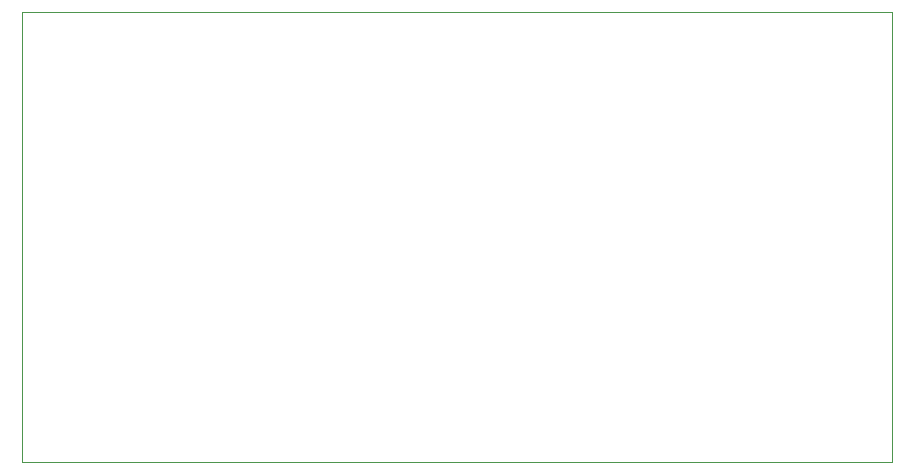
<source format=gm1>
G04 #@! TF.GenerationSoftware,KiCad,Pcbnew,6.0.2+dfsg-1*
G04 #@! TF.CreationDate,2024-04-05T20:58:32-06:00*
G04 #@! TF.ProjectId,mss-crossover,6d73732d-6372-46f7-9373-6f7665722e6b,rev?*
G04 #@! TF.SameCoordinates,Original*
G04 #@! TF.FileFunction,Profile,NP*
%FSLAX46Y46*%
G04 Gerber Fmt 4.6, Leading zero omitted, Abs format (unit mm)*
G04 Created by KiCad (PCBNEW 6.0.2+dfsg-1) date 2024-04-05 20:58:32*
%MOMM*%
%LPD*%
G01*
G04 APERTURE LIST*
G04 #@! TA.AperFunction,Profile*
%ADD10C,0.100000*%
G04 #@! TD*
G04 APERTURE END LIST*
D10*
X25400000Y-153670000D02*
X99060000Y-153670000D01*
X99060000Y-153670000D02*
X99060000Y-191770000D01*
X99060000Y-191770000D02*
X25400000Y-191770000D01*
X25400000Y-191770000D02*
X25400000Y-153670000D01*
M02*

</source>
